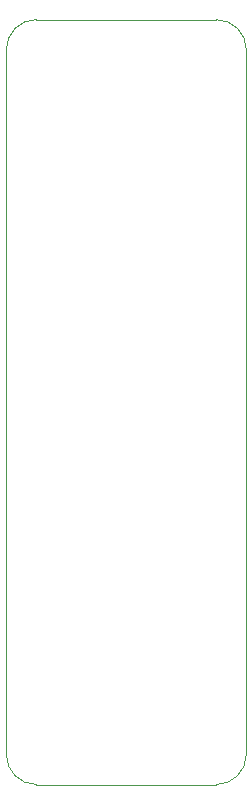
<source format=gm1>
G04 #@! TF.GenerationSoftware,KiCad,Pcbnew,(5.1.9)-1*
G04 #@! TF.CreationDate,2023-06-14T07:29:02+09:00*
G04 #@! TF.ProjectId,PICo-16f1765,5049436f-2d31-4366-9631-3736352e6b69,rev?*
G04 #@! TF.SameCoordinates,Original*
G04 #@! TF.FileFunction,Profile,NP*
%FSLAX46Y46*%
G04 Gerber Fmt 4.6, Leading zero omitted, Abs format (unit mm)*
G04 Created by KiCad (PCBNEW (5.1.9)-1) date 2023-06-14 07:29:02*
%MOMM*%
%LPD*%
G01*
G04 APERTURE LIST*
G04 #@! TA.AperFunction,Profile*
%ADD10C,0.050000*%
G04 #@! TD*
G04 APERTURE END LIST*
D10*
X13970000Y-45720000D02*
G75*
G02*
X11430000Y-48260000I-2540000J0D01*
G01*
X-3810000Y-48260000D02*
G75*
G02*
X-6350000Y-45720000I0J2540000D01*
G01*
X-6350000Y13970000D02*
G75*
G02*
X-3810000Y16510000I2540000J0D01*
G01*
X11430000Y16510000D02*
G75*
G02*
X13970000Y13970000I0J-2540000D01*
G01*
X-3810000Y16510000D02*
X11430000Y16510000D01*
X-6350000Y-45720000D02*
X-6350000Y13970000D01*
X11430000Y-48260000D02*
X-3810000Y-48260000D01*
X13970000Y13970000D02*
X13970000Y-45720000D01*
M02*

</source>
